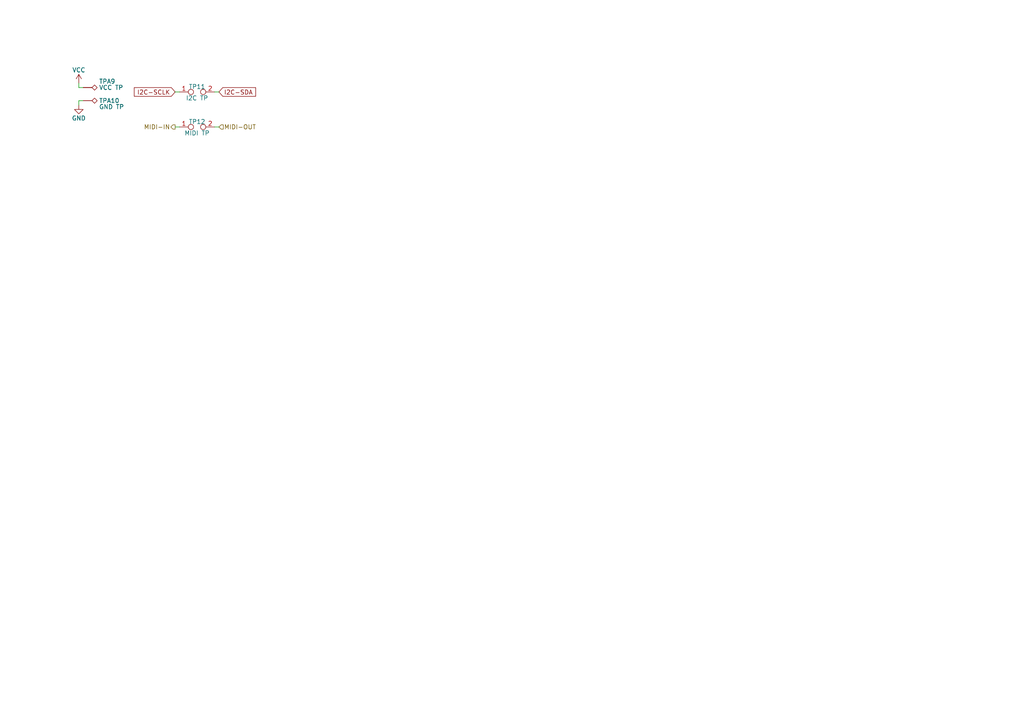
<source format=kicad_sch>
(kicad_sch (version 20211123) (generator eeschema)

  (uuid 1d867498-c677-4072-9598-ee96979880ec)

  (paper "A4")

  (title_block
    (title "LightDrum")
    (rev "REV7")
    (company "Daxxn Industries")
  )

  (lib_symbols
    (symbol "Connector:TestPoint_2Pole" (pin_names (offset 0.762) hide) (in_bom yes) (on_board yes)
      (property "Reference" "TP" (id 0) (at 0 1.524 0)
        (effects (font (size 1.27 1.27)))
      )
      (property "Value" "TestPoint_2Pole" (id 1) (at 0 -1.778 0)
        (effects (font (size 1.27 1.27)))
      )
      (property "Footprint" "" (id 2) (at 0 0 0)
        (effects (font (size 1.27 1.27)) hide)
      )
      (property "Datasheet" "~" (id 3) (at 0 0 0)
        (effects (font (size 1.27 1.27)) hide)
      )
      (property "ki_keywords" "point tp" (id 4) (at 0 0 0)
        (effects (font (size 1.27 1.27)) hide)
      )
      (property "ki_description" "2-polar test point" (id 5) (at 0 0 0)
        (effects (font (size 1.27 1.27)) hide)
      )
      (property "ki_fp_filters" "Pin* Test*" (id 6) (at 0 0 0)
        (effects (font (size 1.27 1.27)) hide)
      )
      (symbol "TestPoint_2Pole_0_1"
        (circle (center -1.778 0) (radius 0.762)
          (stroke (width 0) (type default) (color 0 0 0 0))
          (fill (type none))
        )
        (circle (center 1.778 0) (radius 0.762)
          (stroke (width 0) (type default) (color 0 0 0 0))
          (fill (type none))
        )
        (pin passive line (at -5.08 0 0) (length 2.54)
          (name "1" (effects (font (size 1.27 1.27))))
          (number "1" (effects (font (size 1.27 1.27))))
        )
        (pin passive line (at 5.08 0 180) (length 2.54)
          (name "2" (effects (font (size 1.27 1.27))))
          (number "2" (effects (font (size 1.27 1.27))))
        )
      )
    )
    (symbol "Connector:TestPoint_Alt" (pin_numbers hide) (pin_names (offset 0.762) hide) (in_bom yes) (on_board yes)
      (property "Reference" "TP" (id 0) (at 0 6.858 0)
        (effects (font (size 1.27 1.27)))
      )
      (property "Value" "TestPoint_Alt" (id 1) (at 0 5.08 0)
        (effects (font (size 1.27 1.27)))
      )
      (property "Footprint" "" (id 2) (at 5.08 0 0)
        (effects (font (size 1.27 1.27)) hide)
      )
      (property "Datasheet" "~" (id 3) (at 5.08 0 0)
        (effects (font (size 1.27 1.27)) hide)
      )
      (property "ki_keywords" "test point tp" (id 4) (at 0 0 0)
        (effects (font (size 1.27 1.27)) hide)
      )
      (property "ki_description" "test point (alternative shape)" (id 5) (at 0 0 0)
        (effects (font (size 1.27 1.27)) hide)
      )
      (property "ki_fp_filters" "Pin* Test*" (id 6) (at 0 0 0)
        (effects (font (size 1.27 1.27)) hide)
      )
      (symbol "TestPoint_Alt_0_1"
        (polyline
          (pts
            (xy 0 2.54)
            (xy -0.762 3.302)
            (xy 0 4.064)
            (xy 0.762 3.302)
            (xy 0 2.54)
          )
          (stroke (width 0) (type default) (color 0 0 0 0))
          (fill (type none))
        )
      )
      (symbol "TestPoint_Alt_1_1"
        (pin passive line (at 0 0 90) (length 2.54)
          (name "1" (effects (font (size 1.27 1.27))))
          (number "1" (effects (font (size 1.27 1.27))))
        )
      )
    )
    (symbol "power:GND" (power) (pin_names (offset 0)) (in_bom yes) (on_board yes)
      (property "Reference" "#PWR" (id 0) (at 0 -6.35 0)
        (effects (font (size 1.27 1.27)) hide)
      )
      (property "Value" "GND" (id 1) (at 0 -3.81 0)
        (effects (font (size 1.27 1.27)))
      )
      (property "Footprint" "" (id 2) (at 0 0 0)
        (effects (font (size 1.27 1.27)) hide)
      )
      (property "Datasheet" "" (id 3) (at 0 0 0)
        (effects (font (size 1.27 1.27)) hide)
      )
      (property "ki_keywords" "power-flag" (id 4) (at 0 0 0)
        (effects (font (size 1.27 1.27)) hide)
      )
      (property "ki_description" "Power symbol creates a global label with name \"GND\" , ground" (id 5) (at 0 0 0)
        (effects (font (size 1.27 1.27)) hide)
      )
      (symbol "GND_0_1"
        (polyline
          (pts
            (xy 0 0)
            (xy 0 -1.27)
            (xy 1.27 -1.27)
            (xy 0 -2.54)
            (xy -1.27 -1.27)
            (xy 0 -1.27)
          )
          (stroke (width 0) (type default) (color 0 0 0 0))
          (fill (type none))
        )
      )
      (symbol "GND_1_1"
        (pin power_in line (at 0 0 270) (length 0) hide
          (name "GND" (effects (font (size 1.27 1.27))))
          (number "1" (effects (font (size 1.27 1.27))))
        )
      )
    )
    (symbol "power:VCC" (power) (pin_names (offset 0)) (in_bom yes) (on_board yes)
      (property "Reference" "#PWR" (id 0) (at 0 -3.81 0)
        (effects (font (size 1.27 1.27)) hide)
      )
      (property "Value" "VCC" (id 1) (at 0 3.81 0)
        (effects (font (size 1.27 1.27)))
      )
      (property "Footprint" "" (id 2) (at 0 0 0)
        (effects (font (size 1.27 1.27)) hide)
      )
      (property "Datasheet" "" (id 3) (at 0 0 0)
        (effects (font (size 1.27 1.27)) hide)
      )
      (property "ki_keywords" "power-flag" (id 4) (at 0 0 0)
        (effects (font (size 1.27 1.27)) hide)
      )
      (property "ki_description" "Power symbol creates a global label with name \"VCC\"" (id 5) (at 0 0 0)
        (effects (font (size 1.27 1.27)) hide)
      )
      (symbol "VCC_0_1"
        (polyline
          (pts
            (xy -0.762 1.27)
            (xy 0 2.54)
          )
          (stroke (width 0) (type default) (color 0 0 0 0))
          (fill (type none))
        )
        (polyline
          (pts
            (xy 0 0)
            (xy 0 2.54)
          )
          (stroke (width 0) (type default) (color 0 0 0 0))
          (fill (type none))
        )
        (polyline
          (pts
            (xy 0 2.54)
            (xy 0.762 1.27)
          )
          (stroke (width 0) (type default) (color 0 0 0 0))
          (fill (type none))
        )
      )
      (symbol "VCC_1_1"
        (pin power_in line (at 0 0 90) (length 0) hide
          (name "VCC" (effects (font (size 1.27 1.27))))
          (number "1" (effects (font (size 1.27 1.27))))
        )
      )
    )
  )


  (wire (pts (xy 24.13 25.4) (xy 22.86 25.4))
    (stroke (width 0) (type default) (color 0 0 0 0))
    (uuid 293eac49-77c0-47ca-bcc0-f0bbffeadc8f)
  )
  (wire (pts (xy 50.8 36.83) (xy 52.07 36.83))
    (stroke (width 0) (type default) (color 0 0 0 0))
    (uuid 3fb58cf8-0b5a-4085-b660-14e1269c533f)
  )
  (wire (pts (xy 62.23 36.83) (xy 63.5 36.83))
    (stroke (width 0) (type default) (color 0 0 0 0))
    (uuid 41d68849-1c48-456b-a70e-afc3f06a1976)
  )
  (wire (pts (xy 24.13 29.21) (xy 22.86 29.21))
    (stroke (width 0) (type default) (color 0 0 0 0))
    (uuid 81c0252b-2448-4eb7-b0ef-225d1c10bbd7)
  )
  (wire (pts (xy 50.8 26.67) (xy 52.07 26.67))
    (stroke (width 0) (type default) (color 0 0 0 0))
    (uuid 8426f1fb-05ca-493e-92c0-2f3a8cdcdd1d)
  )
  (wire (pts (xy 22.86 29.21) (xy 22.86 30.48))
    (stroke (width 0) (type default) (color 0 0 0 0))
    (uuid 896e6c40-672a-4379-a5a5-2d9d692ffea7)
  )
  (wire (pts (xy 22.86 25.4) (xy 22.86 24.13))
    (stroke (width 0) (type default) (color 0 0 0 0))
    (uuid c488d09c-fbbe-4955-80d5-04be0fe86476)
  )
  (wire (pts (xy 62.23 26.67) (xy 63.5 26.67))
    (stroke (width 0) (type default) (color 0 0 0 0))
    (uuid ee709f94-72e2-4bf2-aebe-2ad4e86d0fd0)
  )

  (global_label "I2C-SCLK" (shape input) (at 50.8 26.67 180) (fields_autoplaced)
    (effects (font (size 1.27 1.27)) (justify right))
    (uuid 1bba1378-d832-4876-b391-e0bb9a6ae654)
    (property "Intersheet References" "${INTERSHEET_REFS}" (id 0) (at 38.9526 26.5906 0)
      (effects (font (size 1.27 1.27)) (justify right) hide)
    )
  )
  (global_label "I2C-SDA" (shape input) (at 63.5 26.67 0) (fields_autoplaced)
    (effects (font (size 1.27 1.27)) (justify left))
    (uuid 2d272bfa-dfad-42ba-9d41-b1ea3c0cabdc)
    (property "Intersheet References" "${INTERSHEET_REFS}" (id 0) (at 74.1379 26.5906 0)
      (effects (font (size 1.27 1.27)) (justify left) hide)
    )
  )

  (hierarchical_label "MIDI-OUT" (shape input) (at 63.5 36.83 0)
    (effects (font (size 1.27 1.27)) (justify left))
    (uuid 3837d2c2-9a4c-421d-9d6d-2e234c655441)
  )
  (hierarchical_label "MIDI-IN" (shape output) (at 50.8 36.83 180)
    (effects (font (size 1.27 1.27)) (justify right))
    (uuid 75d2a677-c205-4e64-b0b7-8a161ed51be8)
  )

  (symbol (lib_id "Connector:TestPoint_2Pole") (at 57.15 26.67 0) (unit 1)
    (in_bom yes) (on_board yes)
    (uuid 28e5a8e1-946e-4458-9424-9b776e2b8fff)
    (property "Reference" "TP11" (id 0) (at 57.15 25.146 0))
    (property "Value" "I2C TP" (id 1) (at 57.15 28.448 0))
    (property "Footprint" "Connector_PinHeader_2.54mm:PinHeader_1x02_P2.54mm_Vertical" (id 2) (at 57.15 26.67 0)
      (effects (font (size 1.27 1.27)) hide)
    )
    (property "Datasheet" "~" (id 3) (at 57.15 26.67 0)
      (effects (font (size 1.27 1.27)) hide)
    )
    (pin "1" (uuid 4359b7a4-307f-44d9-bc90-08ecddf86538))
    (pin "2" (uuid df1ac818-5ad4-4813-a730-b91ea4484e6b))
  )

  (symbol (lib_id "Connector:TestPoint_2Pole") (at 57.15 36.83 0) (unit 1)
    (in_bom yes) (on_board yes)
    (uuid 54729b5b-c4ea-4e38-8b85-fc424dc5b53b)
    (property "Reference" "TP12" (id 0) (at 57.15 35.306 0))
    (property "Value" "MIDI TP" (id 1) (at 57.15 38.608 0))
    (property "Footprint" "Connector_PinHeader_2.54mm:PinHeader_1x02_P2.54mm_Vertical" (id 2) (at 57.15 36.83 0)
      (effects (font (size 1.27 1.27)) hide)
    )
    (property "Datasheet" "~" (id 3) (at 57.15 36.83 0)
      (effects (font (size 1.27 1.27)) hide)
    )
    (pin "1" (uuid 5551477c-683c-4929-badf-25b188b151b9))
    (pin "2" (uuid 8db3bd30-31ef-4ee3-8b67-c07b515d3327))
  )

  (symbol (lib_id "power:GND") (at 22.86 30.48 0) (unit 1)
    (in_bom yes) (on_board yes)
    (uuid 8242969c-6c3d-4ee8-b2e7-73b799fc4fb6)
    (property "Reference" "#PWR0120" (id 0) (at 22.86 36.83 0)
      (effects (font (size 1.27 1.27)) hide)
    )
    (property "Value" "GND" (id 1) (at 22.86 34.29 0))
    (property "Footprint" "" (id 2) (at 22.86 30.48 0)
      (effects (font (size 1.27 1.27)) hide)
    )
    (property "Datasheet" "" (id 3) (at 22.86 30.48 0)
      (effects (font (size 1.27 1.27)) hide)
    )
    (pin "1" (uuid ee04e5db-3258-4283-96e9-4542355fccf2))
  )

  (symbol (lib_id "power:VCC") (at 22.86 24.13 0) (unit 1)
    (in_bom yes) (on_board yes)
    (uuid 95252fed-6b91-458c-bb2d-59762bdc3417)
    (property "Reference" "#PWR0121" (id 0) (at 22.86 27.94 0)
      (effects (font (size 1.27 1.27)) hide)
    )
    (property "Value" "VCC" (id 1) (at 22.86 20.32 0))
    (property "Footprint" "" (id 2) (at 22.86 24.13 0)
      (effects (font (size 1.27 1.27)) hide)
    )
    (property "Datasheet" "" (id 3) (at 22.86 24.13 0)
      (effects (font (size 1.27 1.27)) hide)
    )
    (pin "1" (uuid d7d16bb6-49ac-4db6-bf76-911cdeeafc48))
  )

  (symbol (lib_id "Connector:TestPoint_Alt") (at 24.13 29.21 270) (unit 1)
    (in_bom yes) (on_board yes)
    (uuid cd312b5f-8d9f-4856-9787-1a717877b9bc)
    (property "Reference" "TPA10" (id 0) (at 28.702 29.21 90)
      (effects (font (size 1.27 1.27)) (justify left))
    )
    (property "Value" "GND TP" (id 1) (at 28.702 30.988 90)
      (effects (font (size 1.27 1.27)) (justify left))
    )
    (property "Footprint" "TestPoint:TestPoint_Loop_D2.54mm_Drill1.5mm_Beaded" (id 2) (at 24.13 34.29 0)
      (effects (font (size 1.27 1.27)) hide)
    )
    (property "Datasheet" "~" (id 3) (at 24.13 34.29 0)
      (effects (font (size 1.27 1.27)) hide)
    )
    (pin "1" (uuid 4735a440-0d7d-44fd-b86e-22a423d15f6a))
  )

  (symbol (lib_id "Connector:TestPoint_Alt") (at 24.13 25.4 270) (unit 1)
    (in_bom yes) (on_board yes)
    (uuid eb0cbcfc-61af-4558-9930-228fa4f57565)
    (property "Reference" "TPA9" (id 0) (at 28.702 23.622 90)
      (effects (font (size 1.27 1.27)) (justify left))
    )
    (property "Value" "VCC TP" (id 1) (at 28.702 25.4 90)
      (effects (font (size 1.27 1.27)) (justify left))
    )
    (property "Footprint" "TestPoint:TestPoint_Loop_D2.54mm_Drill1.5mm_Beaded" (id 2) (at 24.13 30.48 0)
      (effects (font (size 1.27 1.27)) hide)
    )
    (property "Datasheet" "~" (id 3) (at 24.13 30.48 0)
      (effects (font (size 1.27 1.27)) hide)
    )
    (pin "1" (uuid 1c021a78-2e94-4a60-8f4e-5bba095189e1))
  )
)

</source>
